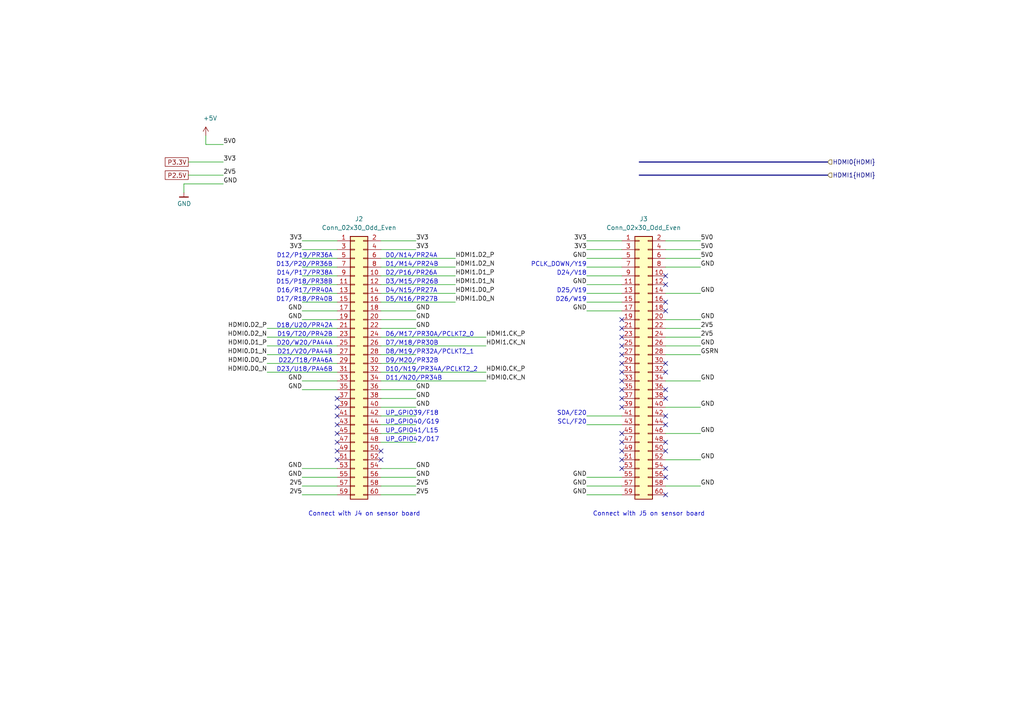
<source format=kicad_sch>
(kicad_sch (version 20201015) (generator eeschema)
  (page 1 5)
  (paper "A4")
  (title_block (title "VIP Base") (date "2020-10-31") (rev "r1.0") (company "GsD") (comment 1 "Design: @gregdavill"))
  (lib_symbols
    (symbol "Connector_Generic:Conn_02x30_Odd_Even" (pin_names (offset 1.016) hide)
      (property "Reference" "J" (at 1.27 38.1 0))
      (property "Value" "Conn_02x30_Odd_Even" (at 1.27 -40.64 0))
      (symbol "Conn_02x30_Odd_Even_1_1"
        (rectangle (start -1.27 -27.813) (end 0 -28.067) (stroke (width 0.1524)))
        (rectangle (start -1.27 -30.353) (end 0 -30.607) (stroke (width 0.1524)))
        (rectangle (start -1.27 -32.893) (end 0 -33.147) (stroke (width 0.1524)))
        (rectangle (start -1.27 -35.433) (end 0 -35.687) (stroke (width 0.1524)))
        (rectangle (start -1.27 -37.973) (end 0 -38.227) (stroke (width 0.1524)))
        (rectangle (start -1.27 -4.953) (end 0 -5.207) (stroke (width 0.1524)))
        (rectangle (start -1.27 -7.493) (end 0 -7.747) (stroke (width 0.1524)))
        (rectangle (start -1.27 -10.033) (end 0 -10.287) (stroke (width 0.1524)))
        (rectangle (start -1.27 -12.573) (end 0 -12.827) (stroke (width 0.1524)))
        (rectangle (start -1.27 -15.113) (end 0 -15.367) (stroke (width 0.1524)))
        (rectangle (start -1.27 -17.653) (end 0 -17.907) (stroke (width 0.1524)))
        (rectangle (start -1.27 -20.193) (end 0 -20.447) (stroke (width 0.1524)))
        (rectangle (start -1.27 -22.733) (end 0 -22.987) (stroke (width 0.1524)))
        (rectangle (start -1.27 -2.413) (end 0 -2.667) (stroke (width 0.1524)))
        (rectangle (start -1.27 -25.273) (end 0 -25.527) (stroke (width 0.1524)))
        (rectangle (start -1.27 25.527) (end 0 25.273) (stroke (width 0.1524)))
        (rectangle (start -1.27 2.667) (end 0 2.413) (stroke (width 0.1524)))
        (rectangle (start -1.27 28.067) (end 0 27.813) (stroke (width 0.1524)))
        (rectangle (start -1.27 30.607) (end 0 30.353) (stroke (width 0.1524)))
        (rectangle (start -1.27 33.147) (end 0 32.893) (stroke (width 0.1524)))
        (rectangle (start -1.27 35.687) (end 0 35.433) (stroke (width 0.1524)))
        (rectangle (start -1.27 36.83) (end 3.81 -39.37) (stroke (width 0.254)) (fill (type background)))
        (rectangle (start -1.27 5.207) (end 0 4.953) (stroke (width 0.1524)))
        (rectangle (start -1.27 7.747) (end 0 7.493) (stroke (width 0.1524)))
        (rectangle (start -1.27 10.287) (end 0 10.033) (stroke (width 0.1524)))
        (rectangle (start -1.27 0.127) (end 0 -0.127) (stroke (width 0.1524)))
        (rectangle (start -1.27 12.827) (end 0 12.573) (stroke (width 0.1524)))
        (rectangle (start -1.27 15.367) (end 0 15.113) (stroke (width 0.1524)))
        (rectangle (start -1.27 17.907) (end 0 17.653) (stroke (width 0.1524)))
        (rectangle (start -1.27 20.447) (end 0 20.193) (stroke (width 0.1524)))
        (rectangle (start -1.27 22.987) (end 0 22.733) (stroke (width 0.1524)))
        (rectangle (start 3.81 -27.813) (end 2.54 -28.067) (stroke (width 0.1524)))
        (rectangle (start 3.81 -30.353) (end 2.54 -30.607) (stroke (width 0.1524)))
        (rectangle (start 3.81 -32.893) (end 2.54 -33.147) (stroke (width 0.1524)))
        (rectangle (start 3.81 -35.433) (end 2.54 -35.687) (stroke (width 0.1524)))
        (rectangle (start 3.81 -37.973) (end 2.54 -38.227) (stroke (width 0.1524)))
        (rectangle (start 3.81 -4.953) (end 2.54 -5.207) (stroke (width 0.1524)))
        (rectangle (start 3.81 -7.493) (end 2.54 -7.747) (stroke (width 0.1524)))
        (rectangle (start 3.81 -10.033) (end 2.54 -10.287) (stroke (width 0.1524)))
        (rectangle (start 3.81 -12.573) (end 2.54 -12.827) (stroke (width 0.1524)))
        (rectangle (start 3.81 -15.113) (end 2.54 -15.367) (stroke (width 0.1524)))
        (rectangle (start 3.81 -17.653) (end 2.54 -17.907) (stroke (width 0.1524)))
        (rectangle (start 3.81 -20.193) (end 2.54 -20.447) (stroke (width 0.1524)))
        (rectangle (start 3.81 -22.733) (end 2.54 -22.987) (stroke (width 0.1524)))
        (rectangle (start 3.81 -2.413) (end 2.54 -2.667) (stroke (width 0.1524)))
        (rectangle (start 3.81 -25.273) (end 2.54 -25.527) (stroke (width 0.1524)))
        (rectangle (start 3.81 25.527) (end 2.54 25.273) (stroke (width 0.1524)))
        (rectangle (start 3.81 2.667) (end 2.54 2.413) (stroke (width 0.1524)))
        (rectangle (start 3.81 28.067) (end 2.54 27.813) (stroke (width 0.1524)))
        (rectangle (start 3.81 30.607) (end 2.54 30.353) (stroke (width 0.1524)))
        (rectangle (start 3.81 33.147) (end 2.54 32.893) (stroke (width 0.1524)))
        (rectangle (start 3.81 35.687) (end 2.54 35.433) (stroke (width 0.1524)))
        (rectangle (start 3.81 5.207) (end 2.54 4.953) (stroke (width 0.1524)))
        (rectangle (start 3.81 7.747) (end 2.54 7.493) (stroke (width 0.1524)))
        (rectangle (start 3.81 10.287) (end 2.54 10.033) (stroke (width 0.1524)))
        (rectangle (start 3.81 0.127) (end 2.54 -0.127) (stroke (width 0.1524)))
        (rectangle (start 3.81 12.827) (end 2.54 12.573) (stroke (width 0.1524)))
        (rectangle (start 3.81 15.367) (end 2.54 15.113) (stroke (width 0.1524)))
        (rectangle (start 3.81 17.907) (end 2.54 17.653) (stroke (width 0.1524)))
        (rectangle (start 3.81 20.447) (end 2.54 20.193) (stroke (width 0.1524)))
        (rectangle (start 3.81 22.987) (end 2.54 22.733) (stroke (width 0.1524)))
        (pin passive line (at -5.08 35.56 0) (length 3.81) (name "Pin_1") (number "1"))
        (pin passive line (at 7.62 25.4 180) (length 3.81) (name "Pin_10") (number "10"))
        (pin passive line (at -5.08 22.86 0) (length 3.81) (name "Pin_11") (number "11"))
        (pin passive line (at 7.62 22.86 180) (length 3.81) (name "Pin_12") (number "12"))
        (pin passive line (at -5.08 20.32 0) (length 3.81) (name "Pin_13") (number "13"))
        (pin passive line (at 7.62 20.32 180) (length 3.81) (name "Pin_14") (number "14"))
        (pin passive line (at -5.08 17.78 0) (length 3.81) (name "Pin_15") (number "15"))
        (pin passive line (at 7.62 17.78 180) (length 3.81) (name "Pin_16") (number "16"))
        (pin passive line (at -5.08 15.24 0) (length 3.81) (name "Pin_17") (number "17"))
        (pin passive line (at 7.62 15.24 180) (length 3.81) (name "Pin_18") (number "18"))
        (pin passive line (at -5.08 12.7 0) (length 3.81) (name "Pin_19") (number "19"))
        (pin passive line (at 7.62 35.56 180) (length 3.81) (name "Pin_2") (number "2"))
        (pin passive line (at 7.62 12.7 180) (length 3.81) (name "Pin_20") (number "20"))
        (pin passive line (at -5.08 10.16 0) (length 3.81) (name "Pin_21") (number "21"))
        (pin passive line (at 7.62 10.16 180) (length 3.81) (name "Pin_22") (number "22"))
        (pin passive line (at -5.08 7.62 0) (length 3.81) (name "Pin_23") (number "23"))
        (pin passive line (at 7.62 7.62 180) (length 3.81) (name "Pin_24") (number "24"))
        (pin passive line (at -5.08 5.08 0) (length 3.81) (name "Pin_25") (number "25"))
        (pin passive line (at 7.62 5.08 180) (length 3.81) (name "Pin_26") (number "26"))
        (pin passive line (at -5.08 2.54 0) (length 3.81) (name "Pin_27") (number "27"))
        (pin passive line (at 7.62 2.54 180) (length 3.81) (name "Pin_28") (number "28"))
        (pin passive line (at -5.08 0 0) (length 3.81) (name "Pin_29") (number "29"))
        (pin passive line (at -5.08 33.02 0) (length 3.81) (name "Pin_3") (number "3"))
        (pin passive line (at 7.62 0 180) (length 3.81) (name "Pin_30") (number "30"))
        (pin passive line (at -5.08 -2.54 0) (length 3.81) (name "Pin_31") (number "31"))
        (pin passive line (at 7.62 -2.54 180) (length 3.81) (name "Pin_32") (number "32"))
        (pin passive line (at -5.08 -5.08 0) (length 3.81) (name "Pin_33") (number "33"))
        (pin passive line (at 7.62 -5.08 180) (length 3.81) (name "Pin_34") (number "34"))
        (pin passive line (at -5.08 -7.62 0) (length 3.81) (name "Pin_35") (number "35"))
        (pin passive line (at 7.62 -7.62 180) (length 3.81) (name "Pin_36") (number "36"))
        (pin passive line (at -5.08 -10.16 0) (length 3.81) (name "Pin_37") (number "37"))
        (pin passive line (at 7.62 -10.16 180) (length 3.81) (name "Pin_38") (number "38"))
        (pin passive line (at -5.08 -12.7 0) (length 3.81) (name "Pin_39") (number "39"))
        (pin passive line (at 7.62 33.02 180) (length 3.81) (name "Pin_4") (number "4"))
        (pin passive line (at 7.62 -12.7 180) (length 3.81) (name "Pin_40") (number "40"))
        (pin passive line (at -5.08 -15.24 0) (length 3.81) (name "Pin_41") (number "41"))
        (pin passive line (at 7.62 -15.24 180) (length 3.81) (name "Pin_42") (number "42"))
        (pin passive line (at -5.08 -17.78 0) (length 3.81) (name "Pin_43") (number "43"))
        (pin passive line (at 7.62 -17.78 180) (length 3.81) (name "Pin_44") (number "44"))
        (pin passive line (at -5.08 -20.32 0) (length 3.81) (name "Pin_45") (number "45"))
        (pin passive line (at 7.62 -20.32 180) (length 3.81) (name "Pin_46") (number "46"))
        (pin passive line (at -5.08 -22.86 0) (length 3.81) (name "Pin_47") (number "47"))
        (pin passive line (at 7.62 -22.86 180) (length 3.81) (name "Pin_48") (number "48"))
        (pin passive line (at -5.08 -25.4 0) (length 3.81) (name "Pin_49") (number "49"))
        (pin passive line (at -5.08 30.48 0) (length 3.81) (name "Pin_5") (number "5"))
        (pin passive line (at 7.62 -25.4 180) (length 3.81) (name "Pin_50") (number "50"))
        (pin passive line (at -5.08 -27.94 0) (length 3.81) (name "Pin_51") (number "51"))
        (pin passive line (at 7.62 -27.94 180) (length 3.81) (name "Pin_52") (number "52"))
        (pin passive line (at -5.08 -30.48 0) (length 3.81) (name "Pin_53") (number "53"))
        (pin passive line (at 7.62 -30.48 180) (length 3.81) (name "Pin_54") (number "54"))
        (pin passive line (at -5.08 -33.02 0) (length 3.81) (name "Pin_55") (number "55"))
        (pin passive line (at 7.62 -33.02 180) (length 3.81) (name "Pin_56") (number "56"))
        (pin passive line (at -5.08 -35.56 0) (length 3.81) (name "Pin_57") (number "57"))
        (pin passive line (at 7.62 -35.56 180) (length 3.81) (name "Pin_58") (number "58"))
        (pin passive line (at -5.08 -38.1 0) (length 3.81) (name "Pin_59") (number "59"))
        (pin passive line (at 7.62 30.48 180) (length 3.81) (name "Pin_6") (number "6"))
        (pin passive line (at 7.62 -38.1 180) (length 3.81) (name "Pin_60") (number "60"))
        (pin passive line (at -5.08 27.94 0) (length 3.81) (name "Pin_7") (number "7"))
        (pin passive line (at 7.62 27.94 180) (length 3.81) (name "Pin_8") (number "8"))
        (pin passive line (at -5.08 25.4 0) (length 3.81) (name "Pin_9") (number "9"))
      )
    )
    (symbol "gkl_power:GND" (power) (pin_names (offset 0))
      (property "Value" "GND" (at 0 -2.54 0))
      (symbol "GND_0_1"
        (polyline (pts (xy 0 -1.27) (xy 0 0)))
        (polyline (pts (xy 1.27 -1.27) (xy -1.27 -1.27)) (stroke (width 0.3048)))
      )
      (symbol "GND_1_1"
        (pin power_in line (at 0 0 270) (length 0) hide (name "GND") (number "1"))
      )
    )
    (symbol "power:+5V" (power) (pin_names (offset 0))
      (property "Value" "+5V" (at 0 3.556 0))
      (symbol "+5V_0_1"
        (polyline (pts (xy -0.762 1.27) (xy 0 2.54)))
        (polyline (pts (xy 0 0) (xy 0 2.54)))
        (polyline (pts (xy 0 2.54) (xy 0.762 1.27)))
      )
      (symbol "+5V_1_1"
        (pin power_in line (at 0 0 90) (length 0) hide (name "+5V") (number "1"))
      )
    )
  )
  (no_connect (at 180.34 105.41))
  (no_connect (at 180.34 113.03))
  (no_connect (at 193.04 128.27))
  (no_connect (at 193.04 135.89))
  (no_connect (at 180.34 133.35))
  (no_connect (at 193.04 107.95))
  (no_connect (at 97.79 133.35))
  (no_connect (at 180.34 107.95))
  (no_connect (at 110.49 133.35))
  (no_connect (at 180.34 118.11))
  (no_connect (at 97.79 130.81))
  (no_connect (at 180.34 95.25))
  (no_connect (at 193.04 120.65))
  (no_connect (at 180.34 102.87))
  (no_connect (at 180.34 135.89))
  (no_connect (at 193.04 123.19))
  (no_connect (at 193.04 130.81))
  (no_connect (at 180.34 97.79))
  (no_connect (at 180.34 115.57))
  (no_connect (at 180.34 128.27))
  (no_connect (at 193.04 115.57))
  (no_connect (at 97.79 128.27))
  (no_connect (at 97.79 123.19))
  (no_connect (at 193.04 113.03))
  (no_connect (at 180.34 130.81))
  (no_connect (at 97.79 115.57))
  (no_connect (at 180.34 125.73))
  (no_connect (at 193.04 90.17))
  (no_connect (at 193.04 82.55))
  (no_connect (at 193.04 138.43))
  (no_connect (at 110.49 130.81))
  (no_connect (at 193.04 105.41))
  (no_connect (at 193.04 87.63))
  (no_connect (at 180.34 100.33))
  (no_connect (at 97.79 120.65))
  (no_connect (at 180.34 92.71))
  (no_connect (at 180.34 110.49))
  (no_connect (at 97.79 118.11))
  (no_connect (at 97.79 125.73))
  (no_connect (at 193.04 80.01))
  (no_connect (at 193.04 143.51))
  (wire (pts (xy 53.34 53.34) (xy 64.77 53.34)))
  (wire (pts (xy 53.34 55.88) (xy 53.34 53.34)))
  (wire (pts (xy 54.61 46.99) (xy 64.77 46.99)))
  (wire (pts (xy 54.61 50.8) (xy 64.77 50.8)))
  (wire (pts (xy 59.69 41.91) (xy 59.69 39.37)))
  (wire (pts (xy 64.77 41.91) (xy 59.69 41.91)))
  (wire (pts (xy 77.47 95.25) (xy 97.79 95.25)))
  (wire (pts (xy 77.47 97.79) (xy 97.79 97.79)))
  (wire (pts (xy 77.47 100.33) (xy 97.79 100.33)))
  (wire (pts (xy 77.47 102.87) (xy 97.79 102.87)))
  (wire (pts (xy 77.47 105.41) (xy 97.79 105.41)))
  (wire (pts (xy 77.47 107.95) (xy 97.79 107.95)))
  (wire (pts (xy 87.63 69.85) (xy 97.79 69.85)))
  (wire (pts (xy 87.63 72.39) (xy 97.79 72.39)))
  (wire (pts (xy 87.63 74.93) (xy 97.79 74.93)))
  (wire (pts (xy 87.63 77.47) (xy 97.79 77.47)))
  (wire (pts (xy 87.63 80.01) (xy 97.79 80.01)))
  (wire (pts (xy 87.63 82.55) (xy 97.79 82.55)))
  (wire (pts (xy 87.63 85.09) (xy 97.79 85.09)))
  (wire (pts (xy 87.63 87.63) (xy 97.79 87.63)))
  (wire (pts (xy 87.63 90.17) (xy 97.79 90.17)))
  (wire (pts (xy 87.63 92.71) (xy 97.79 92.71)))
  (wire (pts (xy 87.63 110.49) (xy 97.79 110.49)))
  (wire (pts (xy 87.63 113.03) (xy 97.79 113.03)))
  (wire (pts (xy 87.63 135.89) (xy 97.79 135.89)))
  (wire (pts (xy 87.63 138.43) (xy 97.79 138.43)))
  (wire (pts (xy 87.63 140.97) (xy 97.79 140.97)))
  (wire (pts (xy 87.63 143.51) (xy 97.79 143.51)))
  (wire (pts (xy 110.49 69.85) (xy 120.65 69.85)))
  (wire (pts (xy 110.49 72.39) (xy 120.65 72.39)))
  (wire (pts (xy 110.49 74.93) (xy 132.08 74.93)))
  (wire (pts (xy 110.49 77.47) (xy 132.08 77.47)))
  (wire (pts (xy 110.49 80.01) (xy 132.08 80.01)))
  (wire (pts (xy 110.49 82.55) (xy 132.08 82.55)))
  (wire (pts (xy 110.49 85.09) (xy 132.08 85.09)))
  (wire (pts (xy 110.49 87.63) (xy 132.08 87.63)))
  (wire (pts (xy 110.49 90.17) (xy 120.65 90.17)))
  (wire (pts (xy 110.49 92.71) (xy 120.65 92.71)))
  (wire (pts (xy 110.49 95.25) (xy 120.65 95.25)))
  (wire (pts (xy 110.49 97.79) (xy 140.97 97.79)))
  (wire (pts (xy 110.49 100.33) (xy 140.97 100.33)))
  (wire (pts (xy 110.49 102.87) (xy 120.65 102.87)))
  (wire (pts (xy 110.49 105.41) (xy 120.65 105.41)))
  (wire (pts (xy 110.49 107.95) (xy 140.97 107.95)))
  (wire (pts (xy 110.49 110.49) (xy 140.97 110.49)))
  (wire (pts (xy 110.49 113.03) (xy 120.65 113.03)))
  (wire (pts (xy 110.49 115.57) (xy 120.65 115.57)))
  (wire (pts (xy 110.49 118.11) (xy 120.65 118.11)))
  (wire (pts (xy 110.49 120.65) (xy 120.65 120.65)))
  (wire (pts (xy 110.49 123.19) (xy 120.65 123.19)))
  (wire (pts (xy 110.49 125.73) (xy 120.65 125.73)))
  (wire (pts (xy 110.49 128.27) (xy 120.65 128.27)))
  (wire (pts (xy 110.49 135.89) (xy 120.65 135.89)))
  (wire (pts (xy 110.49 138.43) (xy 120.65 138.43)))
  (wire (pts (xy 110.49 140.97) (xy 120.65 140.97)))
  (wire (pts (xy 110.49 143.51) (xy 120.65 143.51)))
  (wire (pts (xy 170.18 69.85) (xy 180.34 69.85)))
  (wire (pts (xy 170.18 72.39) (xy 180.34 72.39)))
  (wire (pts (xy 170.18 74.93) (xy 180.34 74.93)))
  (wire (pts (xy 170.18 77.47) (xy 180.34 77.47)))
  (wire (pts (xy 170.18 80.01) (xy 180.34 80.01)))
  (wire (pts (xy 170.18 82.55) (xy 180.34 82.55)))
  (wire (pts (xy 170.18 85.09) (xy 180.34 85.09)))
  (wire (pts (xy 170.18 87.63) (xy 180.34 87.63)))
  (wire (pts (xy 170.18 90.17) (xy 180.34 90.17)))
  (wire (pts (xy 170.18 120.65) (xy 180.34 120.65)))
  (wire (pts (xy 170.18 123.19) (xy 180.34 123.19)))
  (wire (pts (xy 170.18 138.43) (xy 180.34 138.43)))
  (wire (pts (xy 170.18 140.97) (xy 180.34 140.97)))
  (wire (pts (xy 170.18 143.51) (xy 180.34 143.51)))
  (wire (pts (xy 193.04 69.85) (xy 203.2 69.85)))
  (wire (pts (xy 193.04 72.39) (xy 203.2 72.39)))
  (wire (pts (xy 193.04 74.93) (xy 203.2 74.93)))
  (wire (pts (xy 193.04 77.47) (xy 203.2 77.47)))
  (wire (pts (xy 193.04 85.09) (xy 203.2 85.09)))
  (wire (pts (xy 193.04 92.71) (xy 203.2 92.71)))
  (wire (pts (xy 193.04 95.25) (xy 203.2 95.25)))
  (wire (pts (xy 193.04 97.79) (xy 203.2 97.79)))
  (wire (pts (xy 193.04 100.33) (xy 203.2 100.33)))
  (wire (pts (xy 193.04 102.87) (xy 203.2 102.87)))
  (wire (pts (xy 193.04 110.49) (xy 203.2 110.49)))
  (wire (pts (xy 193.04 118.11) (xy 203.2 118.11)))
  (wire (pts (xy 193.04 125.73) (xy 203.2 125.73)))
  (wire (pts (xy 193.04 133.35) (xy 203.2 133.35)))
  (wire (pts (xy 193.04 140.97) (xy 203.2 140.97)))
  (bus (pts (xy 240.03 46.99) (xy 185.42 46.99)))
  (bus (pts (xy 240.03 50.8) (xy 185.42 50.8)))
  (text "D12/P19/PR36A\n" (at 96.52 74.93 180) (effects (font (size 1.27 1.27)) (justify right bottom)))
  (text "D13/P20/PR36B" (at 96.52 77.47 180) (effects (font (size 1.27 1.27)) (justify right bottom)))
  (text "D14/P17/PR38A\n" (at 96.52 80.01 180) (effects (font (size 1.27 1.27)) (justify right bottom)))
  (text "D15/P18/PR38B" (at 96.52 82.55 180) (effects (font (size 1.27 1.27)) (justify right bottom)))
  (text "D16/R17/PR40A" (at 96.52 85.09 180) (effects (font (size 1.27 1.27)) (justify right bottom)))
  (text "D17/R18/PR40B" (at 96.52 87.63 180) (effects (font (size 1.27 1.27)) (justify right bottom)))
  (text "D18/U20/PR42A" (at 96.52 95.25 180) (effects (font (size 1.27 1.27)) (justify right bottom)))
  (text "D19/T20/PR42B" (at 96.52 97.79 180) (effects (font (size 1.27 1.27)) (justify right bottom)))
  (text "D20/W20/PA44A" (at 96.52 100.33 180) (effects (font (size 1.27 1.27)) (justify right bottom)))
  (text "D21/V20/PA44B" (at 96.52 102.87 180) (effects (font (size 1.27 1.27)) (justify right bottom)))
  (text "D22/T18/PA46A" (at 96.52 105.41 180) (effects (font (size 1.27 1.27)) (justify right bottom)))
  (text "D23/U18/PA46B" (at 96.52 107.95 180) (effects (font (size 1.27 1.27)) (justify right bottom)))
  (text "D0/N14/PR24A" (at 111.76 74.93 0) (effects (font (size 1.27 1.27)) (justify left bottom)))
  (text "D1/M14/PR24B" (at 111.76 77.47 0) (effects (font (size 1.27 1.27)) (justify left bottom)))
  (text "D2/P16/PR26A" (at 111.76 80.01 0) (effects (font (size 1.27 1.27)) (justify left bottom)))
  (text "D3/M15/PR26B" (at 111.76 82.55 0) (effects (font (size 1.27 1.27)) (justify left bottom)))
  (text "D4/N15/PR27A" (at 111.76 85.09 0) (effects (font (size 1.27 1.27)) (justify left bottom)))
  (text "D5/N16/PR27B" (at 111.76 87.63 0) (effects (font (size 1.27 1.27)) (justify left bottom)))
  (text "D6/M17/PR30A/PCLKT2_0" (at 111.76 97.79 0) (effects (font (size 1.27 1.27)) (justify left bottom)))
  (text "D7/M18/PR30B" (at 111.76 100.33 0) (effects (font (size 1.27 1.27)) (justify left bottom)))
  (text "D8/M19/PR32A/PCLKT2_1" (at 111.76 102.87 0) (effects (font (size 1.27 1.27)) (justify left bottom)))
  (text "D9/M20/PR32B" (at 111.76 105.41 0) (effects (font (size 1.27 1.27)) (justify left bottom)))
  (text "D10/N19/PR34A/PCLKT2_2" (at 111.76 107.95 0) (effects (font (size 1.27 1.27)) (justify left bottom)))
  (text "D11/N20/PR34B" (at 111.76 110.49 0) (effects (font (size 1.27 1.27)) (justify left bottom)))
  (text "UP_GPIO39/F18" (at 111.76 120.65 0) (effects (font (size 1.27 1.27)) (justify left bottom)))
  (text "UP_GPIO40/G19" (at 111.76 123.19 0) (effects (font (size 1.27 1.27)) (justify left bottom)))
  (text "UP_GPIO41/L15" (at 111.76 125.73 0) (effects (font (size 1.27 1.27)) (justify left bottom)))
  (text "UP_GPIO42/D17" (at 111.76 128.27 0) (effects (font (size 1.27 1.27)) (justify left bottom)))
  (text "Connect with J4 on sensor board" (at 121.92 149.86 180) (effects (font (size 1.27 1.27)) (justify right bottom)))
  (text "PCLK_DOWN/Y19" (at 170.18 77.47 180) (effects (font (size 1.27 1.27)) (justify right bottom)))
  (text "D24/V18" (at 170.18 80.01 180) (effects (font (size 1.27 1.27)) (justify right bottom)))
  (text "D25/V19" (at 170.18 85.09 180) (effects (font (size 1.27 1.27)) (justify right bottom)))
  (text "D26/W19" (at 170.18 87.63 180) (effects (font (size 1.27 1.27)) (justify right bottom)))
  (text "SDA/E20" (at 170.18 120.65 180) (effects (font (size 1.27 1.27)) (justify right bottom)))
  (text "SCL/F20" (at 170.18 123.19 180) (effects (font (size 1.27 1.27)) (justify right bottom)))
  (text "Connect with J5 on sensor board" (at 204.47 149.86 180) (effects (font (size 1.27 1.27)) (justify right bottom)))
  (label "5V0" (at 64.77 41.91 0))
  (label "3V3" (at 64.77 46.99 0))
  (label "2V5" (at 64.77 50.8 0))
  (label "GND" (at 64.77 53.34 0))
  (label "HDMI0.D2_P" (at 77.47 95.25 180))
  (label "HDMI0.D2_N" (at 77.47 97.79 180))
  (label "HDMI0.D1_P" (at 77.47 100.33 180))
  (label "HDMI0.D1_N" (at 77.47 102.87 180))
  (label "HDMI0.D0_P" (at 77.47 105.41 180))
  (label "HDMI0.D0_N" (at 77.47 107.95 180))
  (label "3V3" (at 87.63 69.85 180))
  (label "3V3" (at 87.63 72.39 180))
  (label "GND" (at 87.63 90.17 180))
  (label "GND" (at 87.63 92.71 180))
  (label "GND" (at 87.63 110.49 180))
  (label "GND" (at 87.63 113.03 180))
  (label "GND" (at 87.63 135.89 180))
  (label "GND" (at 87.63 138.43 180))
  (label "2V5" (at 87.63 140.97 180))
  (label "2V5" (at 87.63 143.51 180))
  (label "3V3" (at 120.65 69.85 0))
  (label "3V3" (at 120.65 72.39 0))
  (label "GND" (at 120.65 90.17 0))
  (label "GND" (at 120.65 92.71 0))
  (label "GND" (at 120.65 95.25 0))
  (label "GND" (at 120.65 113.03 0))
  (label "GND" (at 120.65 115.57 0))
  (label "GND" (at 120.65 118.11 0))
  (label "GND" (at 120.65 135.89 0))
  (label "GND" (at 120.65 138.43 0))
  (label "2V5" (at 120.65 140.97 0))
  (label "2V5" (at 120.65 143.51 0))
  (label "HDMI1.D2_P" (at 132.08 74.93 0))
  (label "HDMI1.D2_N" (at 132.08 77.47 0))
  (label "HDMI1.D1_P" (at 132.08 80.01 0))
  (label "HDMI1.D1_N" (at 132.08 82.55 0))
  (label "HDMI1.D0_P" (at 132.08 85.09 0))
  (label "HDMI1.D0_N" (at 132.08 87.63 0))
  (label "HDMI1.CK_P" (at 140.97 97.79 0))
  (label "HDMI1.CK_N" (at 140.97 100.33 0))
  (label "HDMI0.CK_P" (at 140.97 107.95 0))
  (label "HDMI0.CK_N" (at 140.97 110.49 0))
  (label "3V3" (at 170.18 69.85 180))
  (label "3V3" (at 170.18 72.39 180))
  (label "GND" (at 170.18 74.93 180))
  (label "GND" (at 170.18 82.55 180))
  (label "GND" (at 170.18 90.17 180))
  (label "GND" (at 170.18 138.43 180))
  (label "GND" (at 170.18 140.97 180))
  (label "GND" (at 170.18 143.51 180))
  (label "5V0" (at 203.2 69.85 0))
  (label "5V0" (at 203.2 72.39 0))
  (label "5V0" (at 203.2 74.93 0))
  (label "GND" (at 203.2 77.47 0))
  (label "GND" (at 203.2 85.09 0))
  (label "GND" (at 203.2 92.71 0))
  (label "2V5" (at 203.2 95.25 0))
  (label "2V5" (at 203.2 97.79 0))
  (label "GND" (at 203.2 100.33 0))
  (label "GSRN" (at 203.2 102.87 0))
  (label "GND" (at 203.2 110.49 0))
  (label "GND" (at 203.2 118.11 0))
  (label "GND" (at 203.2 125.73 0))
  (label "GND" (at 203.2 133.35 0))
  (label "GND" (at 203.2 140.97 0))
  (global_label "P3.3V" (shape passive) (at 54.61 46.99 180))
  (global_label "P2.5V" (shape passive) (at 54.61 50.8 180))
  (hierarchical_label "HDMI0{HDMI}" (shape input) (at 240.03 46.99 0))
  (hierarchical_label "HDMI1{HDMI}" (shape input) (at 240.03 50.8 0))
  (symbol (lib_id "gkl_power:GND") (at 53.34 55.88 0) (unit 1)
    (property "Reference" "#PWR0109" (effects hide))
    (property "Value" "GND" (at 53.4162 59.0804 0))
  )
  (symbol (lib_id "power:+5V") (at 59.69 39.37 0) (unit 1)
    (property "Reference" "#PWR0130" (effects hide))
    (property "Value" "+5V" (at 60.96 34.29 0))
  )
  (symbol (lib_id "Connector_Generic:Conn_02x30_Odd_Even") (at 102.87 105.41 0) (unit 1)
    (property "Reference" "J2" (at 104.14 63.5 0))
    (property "Value" "Conn_02x30_Odd_Even" (at 104.14 66.04 0))
    (property "Footprint" "vip-base:SAMTEC_ERM5-030-05.0-L-DV-K-TR" (effects hide))
  )
  (symbol (lib_id "Connector_Generic:Conn_02x30_Odd_Even") (at 185.42 105.41 0) (unit 1)
    (property "Reference" "J3" (at 186.69 63.5 0))
    (property "Value" "Conn_02x30_Odd_Even" (at 186.69 66.04 0))
    (property "Footprint" "vip-base:SAMTEC_ERM5-030-05.0-L-DV-K-TR" (effects hide))
  )
)
</source>
